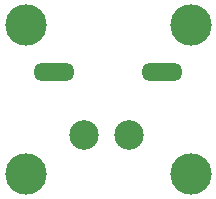
<source format=gbr>
G04 #@! TF.GenerationSoftware,KiCad,Pcbnew,5.0.0*
G04 #@! TF.CreationDate,2018-09-12T17:51:14-05:00*
G04 #@! TF.ProjectId,AntennaDeploymentBracket,416E74656E6E614465706C6F796D656E,rev?*
G04 #@! TF.SameCoordinates,Original*
G04 #@! TF.FileFunction,Copper,L1,Top,Signal*
G04 #@! TF.FilePolarity,Positive*
%FSLAX46Y46*%
G04 Gerber Fmt 4.6, Leading zero omitted, Abs format (unit mm)*
G04 Created by KiCad (PCBNEW 5.0.0) date Wed Sep 12 17:51:14 2018*
%MOMM*%
%LPD*%
G01*
G04 APERTURE LIST*
G04 #@! TA.AperFunction,ComponentPad*
%ADD10C,3.500000*%
G04 #@! TD*
G04 #@! TA.AperFunction,ComponentPad*
%ADD11C,2.499360*%
G04 #@! TD*
G04 #@! TA.AperFunction,ComponentPad*
%ADD12O,3.500000X1.524000*%
G04 #@! TD*
G04 APERTURE END LIST*
D10*
G04 #@! TO.P,REF\002A\002A,1*
G04 #@! TO.N,N/C*
X118237000Y-103886000D03*
G04 #@! TD*
G04 #@! TO.P,REF\002A\002A,1*
G04 #@! TO.N,N/C*
X132207000Y-103886000D03*
G04 #@! TD*
G04 #@! TO.P,REF\002A\002A,1*
G04 #@! TO.N,N/C*
X118237000Y-91313000D03*
G04 #@! TD*
D11*
G04 #@! TO.P,J1,1*
G04 #@! TO.N,Net-(J1-Pad1)*
X123190000Y-100584000D03*
X127000000Y-100584000D03*
G04 #@! TD*
D12*
G04 #@! TO.P,R1,1*
G04 #@! TO.N,Net-(J1-Pad1)*
X120622000Y-95250000D03*
G04 #@! TO.P,R1,2*
G04 #@! TO.N,Net-(J1-Pad2)*
X129804100Y-95262700D03*
G04 #@! TD*
D10*
G04 #@! TO.P,REF\002A\002A,1*
G04 #@! TO.N,N/C*
X132207000Y-91313000D03*
G04 #@! TD*
M02*

</source>
